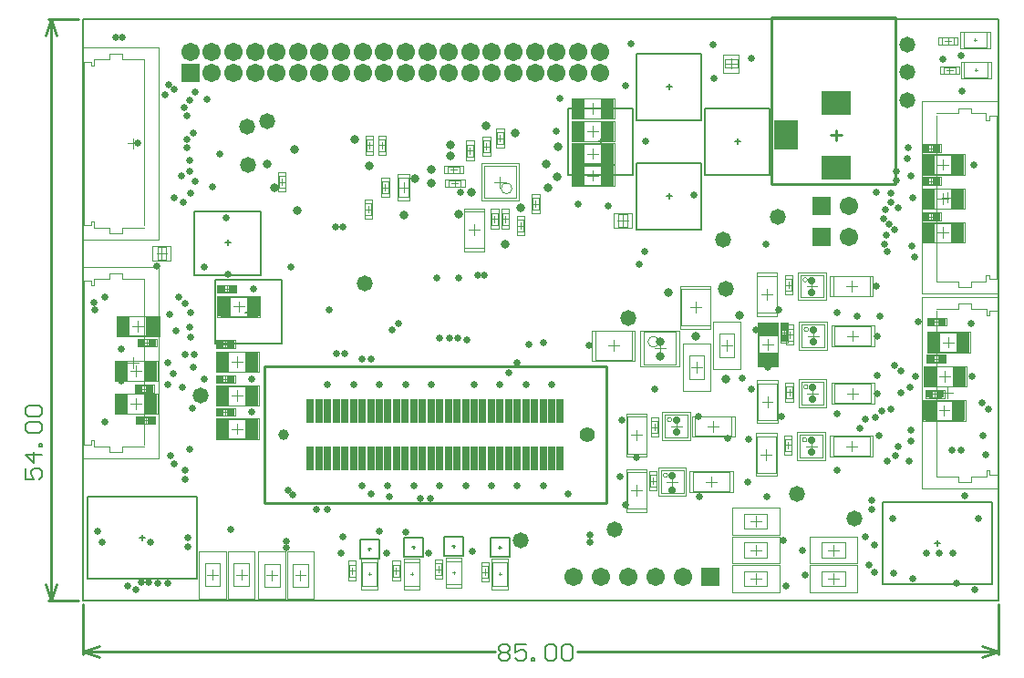
<source format=gbs>
G04 Layer_Color=16711935*
%FSLAX25Y25*%
%MOIN*%
G70*
G01*
G75*
%ADD42C,0.00500*%
%ADD44C,0.00394*%
%ADD45C,0.01000*%
%ADD46C,0.00197*%
%ADD47C,0.00787*%
%ADD48C,0.00600*%
%ADD88R,0.07493X0.05131*%
%ADD89R,0.05131X0.07493*%
%ADD93R,0.02768X0.03162*%
%ADD97R,0.03162X0.02768*%
%ADD111C,0.06706*%
%ADD112R,0.06706X0.06706*%
%ADD113C,0.05524*%
%ADD114C,0.03950*%
%ADD115C,0.05800*%
%ADD116R,0.11036X0.08674*%
%ADD117R,0.08674X0.11036*%
%ADD118C,0.02600*%
%ADD119C,0.03200*%
%ADD120C,0.02768*%
%ADD121R,0.02768X0.08674*%
D42*
X4380Y37900D02*
X41900D01*
X1900Y10302D02*
Y37900D01*
Y7900D02*
X37550D01*
X41900D01*
Y36286D02*
Y37900D01*
X1900D02*
X4380D01*
X1900Y7900D02*
Y10302D01*
X41900Y7900D02*
Y36286D01*
X21900Y21916D02*
Y23884D01*
X20916Y22900D02*
X22884D01*
X53000Y130017D02*
Y132017D01*
X52000Y131017D02*
X54000D01*
X65205Y119017D02*
Y142517D01*
X40795D02*
X65205D01*
X40795Y119017D02*
Y142517D01*
Y119017D02*
X65205D01*
X60500Y104500D02*
Y106500D01*
X59500Y105500D02*
X61500D01*
X48295Y94000D02*
Y117500D01*
Y94000D02*
X72705D01*
Y117500D01*
X48295D02*
X72705D01*
X213600Y147889D02*
X215600D01*
X214600Y146889D02*
Y148889D01*
X202600Y135684D02*
X226100D01*
Y160094D01*
X202600D02*
X226100D01*
X202600Y135684D02*
Y160094D01*
X238600Y167889D02*
X240600D01*
X239600Y166889D02*
Y168889D01*
X227600Y155684D02*
X251100D01*
Y180094D01*
X227600D02*
X251100D01*
X227600Y155684D02*
Y180094D01*
X188600Y167889D02*
X190600D01*
X189600Y166889D02*
Y168889D01*
X177600Y155684D02*
X201100D01*
Y180094D01*
X177600D02*
X201100D01*
X177600Y155684D02*
Y180094D01*
X213600Y187889D02*
X215600D01*
X214600Y186889D02*
Y188889D01*
X202600Y175684D02*
X226100D01*
Y200094D01*
X202600D02*
X226100D01*
X202600Y175684D02*
Y200094D01*
X104925Y18500D02*
Y19500D01*
X104425Y19000D02*
X105425D01*
X108425Y15500D02*
Y22500D01*
X101425Y15500D02*
X108425D01*
X101425D02*
Y22500D01*
X108425D01*
X294980Y36000D02*
X332500D01*
X292500Y8402D02*
Y36000D01*
Y6000D02*
X328150D01*
X332500D01*
Y34386D02*
Y36000D01*
X292500D02*
X294980D01*
X292500Y6000D02*
Y8402D01*
X332500Y6000D02*
Y34386D01*
X312500Y20016D02*
Y21984D01*
X311516Y21000D02*
X313484D01*
X152500Y19000D02*
Y20000D01*
X152000Y19500D02*
X153000D01*
X156000Y16000D02*
Y23000D01*
X149000Y16000D02*
X156000D01*
X149000D02*
Y23000D01*
X156000D01*
X121075Y19075D02*
Y20075D01*
X120575Y19575D02*
X121575D01*
X124575Y16075D02*
Y23075D01*
X117575Y16075D02*
X124575D01*
X117575D02*
Y23075D01*
X124575D01*
X135685Y19425D02*
Y20425D01*
X135185Y19925D02*
X136185D01*
X139185Y16425D02*
Y23425D01*
X132185Y16425D02*
X139185D01*
X132185D02*
Y23425D01*
X139185D01*
D44*
X56500Y85363D02*
Y89300D01*
X54532Y87331D02*
X58469D01*
X48626Y91072D02*
X64374D01*
X48626Y83591D02*
X64374D01*
Y91072D01*
X48626Y83591D02*
Y91072D01*
X55713Y92453D02*
Y95209D01*
X48626Y92453D02*
Y95209D01*
X55713D01*
X48626Y92453D02*
X55713D01*
X50988Y93831D02*
X53350D01*
X52169Y92650D02*
Y95013D01*
X194374Y159760D02*
Y167240D01*
X178626Y159760D02*
X194374D01*
X178626Y167240D02*
X194374D01*
X178626Y159760D02*
Y167240D01*
X184531Y163500D02*
X188469D01*
X186500Y161531D02*
Y165469D01*
Y178032D02*
Y181968D01*
X184531Y180000D02*
X188469D01*
X178626Y176260D02*
X194374D01*
X178626Y183740D02*
X194374D01*
X178626Y176260D02*
Y183740D01*
X194374Y176260D02*
Y183740D01*
Y151760D02*
Y159240D01*
X178626Y151760D02*
X194374D01*
X178626Y159240D02*
X194374D01*
X178626Y151760D02*
Y159240D01*
X184531Y155500D02*
X188469D01*
X186500Y153532D02*
Y157468D01*
Y169760D02*
Y173697D01*
X184531Y171728D02*
X188469D01*
X178626Y167988D02*
X194374D01*
X178626Y175468D02*
X194374D01*
X178626Y167988D02*
Y175468D01*
X194374Y167988D02*
Y175468D01*
X56500Y60863D02*
Y64800D01*
X54532Y62831D02*
X58469D01*
X48626Y66572D02*
X64374D01*
X48626Y59091D02*
X64374D01*
Y66572D01*
X48626Y59091D02*
Y66572D01*
X55713Y67622D02*
Y70378D01*
X48626Y67622D02*
Y70378D01*
X55713D01*
X48626Y67622D02*
X55713D01*
X50988Y69000D02*
X53350D01*
X52169Y67819D02*
Y70181D01*
X56205Y112659D02*
Y115415D01*
X49118Y112659D02*
Y115415D01*
X56205D01*
X49118Y112659D02*
X56205D01*
X51480Y114037D02*
X53843D01*
X52661Y112856D02*
Y115218D01*
X56992Y105569D02*
Y109505D01*
X55024Y107537D02*
X58961D01*
X49118Y111277D02*
X64866D01*
X49118Y103797D02*
X64866D01*
Y111277D01*
X49118Y103797D02*
Y111277D01*
X55713Y79756D02*
Y82512D01*
X48626Y79756D02*
Y82512D01*
X55713D01*
X48626Y79756D02*
X55713D01*
X50988Y81134D02*
X53350D01*
X52169Y79953D02*
Y82315D01*
X56500Y72992D02*
Y76929D01*
X54532Y74961D02*
X58469D01*
X48626Y78701D02*
X64374D01*
X48626Y71220D02*
X64374D01*
Y78701D01*
X48626Y71220D02*
Y78701D01*
X313724Y164122D02*
Y166878D01*
X306638Y164122D02*
Y166878D01*
X313724D01*
X306638Y164122D02*
X313724D01*
X309000Y165500D02*
X311362D01*
X310181Y164319D02*
Y166681D01*
X314512Y157531D02*
Y161469D01*
X312543Y159500D02*
X316480D01*
X306638Y163240D02*
X322386D01*
X306638Y155760D02*
X322386D01*
Y163240D01*
X306638Y155760D02*
Y163240D01*
X313724Y152122D02*
Y154878D01*
X306638Y152122D02*
Y154878D01*
X313724D01*
X306638Y152122D02*
X313724D01*
X309000Y153500D02*
X311362D01*
X310181Y152319D02*
Y154681D01*
X314512Y145031D02*
Y148969D01*
X312543Y147000D02*
X316480D01*
X306638Y150740D02*
X322386D01*
X306638Y143260D02*
X322386D01*
Y150740D01*
X306638Y143260D02*
Y150740D01*
X313724Y139122D02*
Y141878D01*
X306638Y139122D02*
Y141878D01*
X313724D01*
X306638Y139122D02*
X313724D01*
X309000Y140500D02*
X311362D01*
X310181Y139319D02*
Y141681D01*
X314512Y132647D02*
Y136583D01*
X312543Y134615D02*
X316480D01*
X306638Y138355D02*
X322386D01*
X306638Y130875D02*
X322386D01*
Y138355D01*
X306638Y130875D02*
Y138355D01*
X255122Y94457D02*
X257878D01*
X255122Y101543D02*
X257878D01*
Y94457D02*
Y101543D01*
X255122Y94457D02*
Y101543D01*
X256500Y96819D02*
Y99181D01*
X255319Y98000D02*
X257681D01*
X248532Y93685D02*
X252468D01*
X250500Y91716D02*
Y95653D01*
X254240Y85811D02*
Y101559D01*
X246760Y85811D02*
Y101559D01*
Y85811D02*
X254240D01*
X246760Y101559D02*
X254240D01*
X64279Y17861D02*
X74121D01*
X64279Y539D02*
X74121D01*
Y17861D01*
X64279Y539D02*
Y17861D01*
X69200Y7231D02*
Y11169D01*
X67232Y9200D02*
X71169D01*
X74679Y17861D02*
X84521D01*
X74679Y539D02*
X84521D01*
Y17861D01*
X74679Y539D02*
Y17861D01*
X79600Y7231D02*
Y11169D01*
X77631Y9200D02*
X81568D01*
X53079Y18161D02*
X62921D01*
X53079Y839D02*
X62921D01*
Y18161D01*
X53079Y839D02*
Y18161D01*
X58000Y7531D02*
Y11468D01*
X56032Y9500D02*
X59969D01*
X265839Y3079D02*
Y12921D01*
X283161Y3079D02*
Y12921D01*
X265839D02*
X283161D01*
X265839Y3079D02*
X283161D01*
X272532Y8000D02*
X276468D01*
X274500Y6032D02*
Y9968D01*
X42579Y18161D02*
X52421D01*
X42579Y839D02*
X52421D01*
Y18161D01*
X42579Y839D02*
Y18161D01*
X47500Y7531D02*
Y11468D01*
X45531Y9500D02*
X49468D01*
X265839Y13542D02*
Y23384D01*
X283161Y13542D02*
Y23384D01*
X265839D02*
X283161D01*
X265839Y13542D02*
X283161D01*
X272532Y18463D02*
X276468D01*
X274500Y16495D02*
Y20432D01*
X265032Y96835D02*
X268969D01*
X267000Y94866D02*
Y98803D01*
X248532Y93835D02*
X252468D01*
X250500Y91866D02*
Y95803D01*
X254240Y85961D02*
Y101709D01*
X246760Y85961D02*
Y101709D01*
X254240D01*
X246760Y85961D02*
X254240D01*
X281500Y94874D02*
Y98811D01*
X279532Y96842D02*
X283469D01*
X273626Y100583D02*
X289374D01*
X273626Y93102D02*
X289374D01*
X273626D02*
Y100583D01*
X289374Y93102D02*
Y100583D01*
X103156Y143115D02*
X105518D01*
X104337Y141934D02*
Y144296D01*
X102959Y139572D02*
Y146658D01*
X105715Y139572D02*
Y146658D01*
X102959Y139572D02*
X105715D01*
X102959Y146658D02*
X105715D01*
X71719Y153084D02*
X74081D01*
X72900Y151902D02*
Y154265D01*
X74278Y149540D02*
Y156627D01*
X71522Y149540D02*
Y156627D01*
X74278D01*
X71522Y149540D02*
X74278D01*
X115530Y151178D02*
X119270D01*
X117400Y149308D02*
Y153048D01*
X115235Y146453D02*
Y155902D01*
X119565Y146453D02*
Y155902D01*
X115235Y146453D02*
X119565D01*
X115235Y155902D02*
X119565D01*
X109432Y151115D02*
X111794D01*
X110613Y149934D02*
Y152296D01*
X111990Y147572D02*
Y154658D01*
X109235Y147572D02*
Y154658D01*
X111990D01*
X109235Y147572D02*
X111990D01*
X103719Y166615D02*
X106081D01*
X104900Y165434D02*
Y167796D01*
X103522Y163072D02*
Y170158D01*
X106278Y163072D02*
Y170158D01*
X103522Y163072D02*
X106278D01*
X103522Y170158D02*
X106278D01*
X108219Y166615D02*
X110581D01*
X109400Y165434D02*
Y167796D01*
X110778Y163072D02*
Y170158D01*
X108022Y163072D02*
Y170158D01*
X110778D01*
X108022Y163072D02*
X110778D01*
X152579Y151178D02*
Y155115D01*
X150610Y153147D02*
X154547D01*
X139122Y156269D02*
Y159024D01*
X132035Y156269D02*
Y159024D01*
Y156269D02*
X139122D01*
X132035Y159024D02*
X139122D01*
X134398Y157647D02*
X136760D01*
X135579Y156465D02*
Y158827D01*
X151201Y165603D02*
X153957D01*
X151201Y172690D02*
X153957D01*
X151201Y165603D02*
Y172690D01*
X153957Y165603D02*
Y172690D01*
X152579Y167965D02*
Y170328D01*
X151398Y169147D02*
X153760D01*
X153169Y136103D02*
X155925D01*
X153169Y143190D02*
X155925D01*
X153169Y136103D02*
Y143190D01*
X155925Y136103D02*
Y143190D01*
X154547Y138465D02*
Y140828D01*
X153366Y139646D02*
X155728D01*
X132535Y151268D02*
Y154024D01*
X139622Y151268D02*
Y154024D01*
X132535D02*
X139622D01*
X132535Y151268D02*
X139622D01*
X134898Y152647D02*
X137260D01*
X136079Y151465D02*
Y153828D01*
X140201Y168190D02*
X142957D01*
X140201Y161103D02*
X142957D01*
Y168190D01*
X140201Y161103D02*
Y168190D01*
X141579Y163465D02*
Y165828D01*
X140398Y164646D02*
X142760D01*
X141110Y135646D02*
X145047D01*
X143079Y133678D02*
Y137615D01*
X146819Y127772D02*
Y143520D01*
X139339Y127772D02*
Y143520D01*
X146819D01*
X139339Y127772D02*
X146819D01*
X149232Y136103D02*
X151988D01*
X149232Y143190D02*
X151988D01*
X149232Y136103D02*
Y143190D01*
X151988Y136103D02*
Y143190D01*
X150610Y138465D02*
Y140828D01*
X149429Y139646D02*
X151791D01*
X158701Y133603D02*
X161457D01*
X158701Y140690D02*
X161457D01*
X158701Y133603D02*
Y140690D01*
X161457Y133603D02*
Y140690D01*
X160079Y135965D02*
Y138328D01*
X158898Y137146D02*
X161260D01*
X164201Y148690D02*
X166957D01*
X164201Y141603D02*
X166957D01*
Y148690D01*
X164201Y141603D02*
Y148690D01*
X165579Y143965D02*
Y146328D01*
X164398Y145147D02*
X166760D01*
X146201Y162603D02*
X148957D01*
X146201Y169690D02*
X148957D01*
X146201Y162603D02*
Y169690D01*
X148957Y162603D02*
Y169690D01*
X147579Y164965D02*
Y167328D01*
X146398Y166147D02*
X148760D01*
X145622Y14043D02*
X148378D01*
X145622Y6957D02*
X148378D01*
Y14043D01*
X145622Y6957D02*
Y14043D01*
X147000Y9319D02*
Y11681D01*
X145819Y10500D02*
X148181D01*
X149547Y4188D02*
Y15212D01*
X155453Y4188D02*
Y15212D01*
X149547Y4188D02*
X155453D01*
X149547Y15212D02*
X155453D01*
X152500Y9200D02*
Y10200D01*
X152000Y9700D02*
X153000D01*
X195531Y139000D02*
X199469D01*
X197500Y137031D02*
Y140969D01*
X237000Y194532D02*
Y198468D01*
X235032Y196500D02*
X238968D01*
X211000Y90332D02*
Y94269D01*
X209032Y92300D02*
X212968D01*
X320443Y192522D02*
Y195278D01*
X313357Y192522D02*
Y195278D01*
Y192522D02*
X320443D01*
X313357Y195278D02*
X320443D01*
X315719Y193900D02*
X318081D01*
X316900Y192719D02*
Y195081D01*
X319943Y203322D02*
Y206078D01*
X312857Y203322D02*
Y206078D01*
Y203322D02*
X319943D01*
X312857Y206078D02*
X319943D01*
X315219Y204700D02*
X317581D01*
X316400Y203519D02*
Y205881D01*
X128622Y15043D02*
X131378D01*
X128622Y7957D02*
X131378D01*
Y15043D01*
X128622Y7957D02*
Y15043D01*
X130000Y10319D02*
Y12681D01*
X128819Y11500D02*
X131181D01*
X113201Y14543D02*
X115957D01*
X113201Y7457D02*
X115957D01*
Y14543D01*
X113201Y7457D02*
Y14543D01*
X114579Y9819D02*
Y12181D01*
X113398Y11000D02*
X115760D01*
X97122Y14543D02*
X99878D01*
X97122Y7457D02*
X99878D01*
Y14543D01*
X97122Y7457D02*
Y14543D01*
X98500Y9819D02*
Y12181D01*
X97319Y11000D02*
X99681D01*
X219579Y93961D02*
X229421D01*
X219579Y76639D02*
X229421D01*
Y93961D01*
X219579Y76639D02*
Y93961D01*
X224500Y83332D02*
Y87269D01*
X222532Y85300D02*
X226468D01*
X230579Y84639D02*
X240421D01*
X230579Y101961D02*
X240421D01*
X230579Y84639D02*
Y101961D01*
X240421Y84639D02*
Y101961D01*
X235500Y91331D02*
Y95268D01*
X233531Y93300D02*
X237469D01*
X132714Y4688D02*
Y15712D01*
X138619Y4688D02*
Y15712D01*
X132714Y4688D02*
X138619D01*
X132714Y15712D02*
X138619D01*
X135667Y9700D02*
Y10700D01*
X135167Y10200D02*
X136167D01*
X117381Y4188D02*
Y15212D01*
X123286Y4188D02*
Y15212D01*
X117381Y4188D02*
X123286D01*
X117381Y15212D02*
X123286D01*
X120333Y9200D02*
Y10200D01*
X119833Y9700D02*
X120833D01*
X101847Y4188D02*
Y15212D01*
X107753Y4188D02*
Y15212D01*
X101847Y4188D02*
X107753D01*
X101847Y15212D02*
X107753D01*
X104800Y9200D02*
Y10200D01*
X104300Y9700D02*
X105300D01*
X194000Y91316D02*
Y95253D01*
X192032Y93284D02*
X195968D01*
X186126Y87773D02*
X201874D01*
X186126Y98796D02*
X201874D01*
Y87773D02*
Y98796D01*
X186126Y87773D02*
Y98796D01*
X222031Y107300D02*
X225969D01*
X224000Y105332D02*
Y109268D01*
X218488Y99426D02*
Y115174D01*
X229512Y99426D02*
Y115174D01*
X218488Y99426D02*
X229512D01*
X218488Y115174D02*
X229512D01*
X320688Y208053D02*
X331712D01*
X320688Y202147D02*
X331712D01*
X320688D02*
Y208053D01*
X331712Y202147D02*
Y208053D01*
X325700Y205100D02*
X326700D01*
X326200Y204600D02*
Y205600D01*
X320988Y197053D02*
X332012D01*
X320988Y191147D02*
X332012D01*
X320988D02*
Y197053D01*
X332012Y191147D02*
Y197053D01*
X326000Y194100D02*
X327000D01*
X326500Y193600D02*
Y194600D01*
X281000Y113038D02*
Y116975D01*
X279031Y115006D02*
X282968D01*
X273126Y118746D02*
X288874D01*
X273126Y111266D02*
X288874D01*
X273126D02*
Y118746D01*
X288874Y111266D02*
Y118746D01*
X248131Y112006D02*
X252068D01*
X250100Y110038D02*
Y113975D01*
X253840Y104132D02*
Y119880D01*
X246360Y104132D02*
Y119880D01*
X253840D01*
X246360Y104132D02*
X253840D01*
X264632Y115006D02*
X268568D01*
X266600Y113038D02*
Y116975D01*
X264432Y56458D02*
X268369D01*
X266400Y54490D02*
Y58427D01*
X256522Y60502D02*
X259278D01*
X256522Y53415D02*
X259278D01*
Y60502D01*
X256522Y53415D02*
Y60502D01*
X257900Y55777D02*
Y58139D01*
X256719Y56958D02*
X259081D01*
X247932Y53458D02*
X251869D01*
X249900Y51490D02*
Y55427D01*
X253640Y45584D02*
Y61332D01*
X246160Y45584D02*
Y61332D01*
X253640D01*
X246160Y45584D02*
X253640D01*
X281000Y54532D02*
Y58469D01*
X279031Y56500D02*
X282968D01*
X273126Y60240D02*
X288874D01*
X273126Y52760D02*
X288874D01*
X273126D02*
Y60240D01*
X288874Y52760D02*
Y60240D01*
X281500Y73831D02*
Y77768D01*
X279532Y75800D02*
X283469D01*
X273626Y79540D02*
X289374D01*
X273626Y72060D02*
X289374D01*
X273626D02*
Y79540D01*
X289374Y72060D02*
Y79540D01*
X248331Y72800D02*
X252269D01*
X250300Y70832D02*
Y74769D01*
X254040Y64926D02*
Y80674D01*
X246560Y64926D02*
Y80674D01*
X254040D01*
X246560Y64926D02*
X254040D01*
X264831Y75800D02*
X268769D01*
X266800Y73831D02*
Y77768D01*
X16532Y87000D02*
X20469D01*
X18500Y85031D02*
Y88968D01*
X314134Y76102D02*
X318071D01*
X316102Y74134D02*
Y78071D01*
X316000Y145531D02*
Y149469D01*
X314032Y147500D02*
X317969D01*
X207122Y47394D02*
X209878D01*
X207122Y40307D02*
X209878D01*
Y47394D01*
X207122Y40307D02*
Y47394D01*
X208500Y42669D02*
Y45031D01*
X207319Y43850D02*
X209681D01*
X213531Y43500D02*
X217469D01*
X215500Y41532D02*
Y45469D01*
X207622Y67043D02*
X210378D01*
X207622Y59957D02*
X210378D01*
Y67043D01*
X207622Y59957D02*
Y67043D01*
X209000Y62319D02*
Y64681D01*
X207819Y63500D02*
X210181D01*
X200532Y60538D02*
X204468D01*
X202500Y58569D02*
Y62506D01*
X206240Y52664D02*
Y68412D01*
X198760Y52664D02*
Y68412D01*
X206240D01*
X198760Y52664D02*
X206240D01*
X257122Y100878D02*
X259878D01*
X257122Y93791D02*
X259878D01*
Y100878D01*
X257122Y93791D02*
Y100878D01*
X258500Y96153D02*
Y98516D01*
X257319Y97335D02*
X259681D01*
X256722Y119050D02*
X259478D01*
X256722Y111963D02*
X259478D01*
Y119050D01*
X256722Y111963D02*
Y119050D01*
X258100Y114325D02*
Y116687D01*
X256919Y115506D02*
X259281D01*
X256922Y79843D02*
X259678D01*
X256922Y72757D02*
X259678D01*
Y79843D01*
X256922Y72757D02*
Y79843D01*
X258300Y75119D02*
Y77481D01*
X257119Y76300D02*
X259481D01*
X200532Y40300D02*
X204468D01*
X202500Y38331D02*
Y42268D01*
X206240Y32426D02*
Y48174D01*
X198760Y32426D02*
Y48174D01*
X206240D01*
X198760Y32426D02*
X206240D01*
X230500Y61803D02*
Y65740D01*
X228532Y63772D02*
X232469D01*
X222626Y67512D02*
X238374D01*
X222626Y60031D02*
X238374D01*
X222626D02*
Y67512D01*
X238374Y60031D02*
Y67512D01*
X215032Y63772D02*
X218969D01*
X217000Y61803D02*
Y65740D01*
X229815Y41532D02*
Y45469D01*
X227847Y43500D02*
X231784D01*
X221941Y47240D02*
X237689D01*
X221941Y39760D02*
X237689D01*
X221941D02*
Y47240D01*
X237689Y39760D02*
Y47240D01*
X26961Y127075D02*
X30898D01*
X28929Y125106D02*
Y129043D01*
X18500Y165220D02*
Y169158D01*
X16532Y167189D02*
X20469D01*
X314937Y67575D02*
Y71512D01*
X312968Y69543D02*
X316905D01*
X307063Y73283D02*
X322811D01*
X307063Y65803D02*
X322811D01*
Y73283D01*
X307063Y65803D02*
Y73283D01*
X315043Y74165D02*
Y76921D01*
X307957Y74165D02*
Y76921D01*
X315043D01*
X307957Y74165D02*
X315043D01*
X310319Y75543D02*
X312681D01*
X311500Y74362D02*
Y76724D01*
X315185Y80032D02*
Y83969D01*
X313216Y82000D02*
X317154D01*
X307311Y85740D02*
X323059D01*
X307311Y78260D02*
X323059D01*
Y85740D01*
X307311Y78260D02*
Y85740D01*
X315543Y87122D02*
Y89878D01*
X308457Y87122D02*
Y89878D01*
X315543D01*
X308457Y87122D02*
X315543D01*
X310819Y88500D02*
X313181D01*
X312000Y87319D02*
Y89681D01*
X19957Y93067D02*
Y95823D01*
X27043Y93067D02*
Y95823D01*
X19957Y93067D02*
X27043D01*
X19957Y95823D02*
X27043D01*
X22319Y94445D02*
X24681D01*
X23500Y93264D02*
Y95626D01*
X20214Y98476D02*
Y102413D01*
X18246Y100445D02*
X22183D01*
X12340Y96705D02*
X28088D01*
X12340Y104185D02*
X28088D01*
X12340Y96705D02*
Y104185D01*
X28088Y96705D02*
Y104185D01*
X18957Y76122D02*
Y78878D01*
X26043Y76122D02*
Y78878D01*
X18957Y76122D02*
X26043D01*
X18957Y78878D02*
X26043D01*
X21319Y77500D02*
X23681D01*
X22500Y76319D02*
Y78681D01*
X19500Y82032D02*
Y85969D01*
X17531Y84000D02*
X21468D01*
X11626Y80260D02*
X27374D01*
X11626Y87740D02*
X27374D01*
X11626Y80260D02*
Y87740D01*
X27374Y80260D02*
Y87740D01*
X19494Y64622D02*
Y67378D01*
X26581Y64622D02*
Y67378D01*
X19494Y64622D02*
X26581D01*
X19494Y67378D02*
X26581D01*
X21857Y66000D02*
X24219D01*
X23038Y64819D02*
Y67181D01*
X19538Y70031D02*
Y73968D01*
X17569Y72000D02*
X21506D01*
X11664Y68260D02*
X27412D01*
X11664Y75740D02*
X27412D01*
X11664Y68260D02*
Y75740D01*
X27412Y68260D02*
Y75740D01*
X315713Y100622D02*
Y103378D01*
X308626Y100622D02*
Y103378D01*
X315713D01*
X308626Y100622D02*
X315713D01*
X310988Y102000D02*
X313350D01*
X312169Y100819D02*
Y103181D01*
X316500Y92532D02*
Y96469D01*
X314531Y94500D02*
X318468D01*
X308626Y98240D02*
X324374D01*
X308626Y90760D02*
X324374D01*
Y98240D01*
X308626Y90760D02*
Y98240D01*
X237339Y3079D02*
Y12921D01*
X254661Y3079D02*
Y12921D01*
X237339D02*
X254661D01*
X237339Y3079D02*
X254661D01*
X244032Y8000D02*
X247969D01*
X246000Y6032D02*
Y9968D01*
X237339Y13579D02*
Y23421D01*
X254661Y13579D02*
Y23421D01*
X237339D02*
X254661D01*
X237339Y13579D02*
X254661D01*
X244032Y18500D02*
X247969D01*
X246000Y16532D02*
Y20469D01*
X237339Y24079D02*
Y33921D01*
X254661Y24079D02*
Y33921D01*
X237339D02*
X254661D01*
X237339Y24079D02*
X254661D01*
X244032Y29000D02*
X247969D01*
X246000Y27031D02*
Y30968D01*
X265327Y99197D02*
G03*
X265327Y99197I-787J0D01*
G01*
X156909Y150784D02*
G03*
X156909Y150784I-1969J0D01*
G01*
X210606Y94662D02*
G03*
X210606Y94662I-1969J0D01*
G01*
X264927Y117368D02*
G03*
X264927Y117368I-787J0D01*
G01*
X264727Y58820D02*
G03*
X264727Y58820I-787J0D01*
G01*
X265127Y78162D02*
G03*
X265127Y78162I-787J0D01*
G01*
X213827Y45862D02*
G03*
X213827Y45862I-787J0D01*
G01*
X215327Y66134D02*
G03*
X215327Y66134I-787J0D01*
G01*
X49807Y90875D02*
X63193D01*
X49807Y83788D02*
X63193D01*
Y90875D01*
X49807Y83788D02*
Y90875D01*
X54335Y92650D02*
Y95013D01*
X50004Y92650D02*
Y95013D01*
X54335D01*
X50004Y92650D02*
X54335D01*
X193193Y159957D02*
Y167043D01*
X179807Y159957D02*
X193193D01*
X179807D02*
Y167043D01*
X193193D01*
X179807Y176457D02*
X193193D01*
X179807Y183543D02*
X193193D01*
X179807Y176457D02*
Y183543D01*
X193193Y176457D02*
Y183543D01*
Y151957D02*
Y159043D01*
X179807Y151957D02*
X193193D01*
X179807D02*
Y159043D01*
X193193D01*
X179807Y168185D02*
X193193D01*
X179807Y175272D02*
X193193D01*
X179807Y168185D02*
Y175272D01*
X193193Y168185D02*
Y175272D01*
X49807Y66375D02*
X63193D01*
X49807Y59288D02*
X63193D01*
Y66375D01*
X49807Y59288D02*
Y66375D01*
X54335Y67819D02*
Y70181D01*
X50004Y67819D02*
Y70181D01*
X54335D01*
X50004Y67819D02*
X54335D01*
X54827Y112856D02*
Y115218D01*
X50496Y112856D02*
Y115218D01*
X54827D01*
X50496Y112856D02*
X54827D01*
X50299Y111080D02*
X63685D01*
X50299Y103994D02*
X63685D01*
Y111080D01*
X50299Y103994D02*
Y111080D01*
X54335Y79953D02*
Y82315D01*
X50004Y79953D02*
Y82315D01*
X54335D01*
X50004Y79953D02*
X54335D01*
X49807Y78504D02*
X63193D01*
X49807Y71417D02*
X63193D01*
Y78504D01*
X49807Y71417D02*
Y78504D01*
X312346Y164319D02*
Y166681D01*
X308016Y164319D02*
Y166681D01*
X312346D01*
X308016Y164319D02*
X312346D01*
X307819Y163043D02*
X321205D01*
X307819Y155957D02*
X321205D01*
Y163043D01*
X307819Y155957D02*
Y163043D01*
X312346Y152319D02*
Y154681D01*
X308016Y152319D02*
Y154681D01*
X312346D01*
X308016Y152319D02*
X312346D01*
X307819Y150543D02*
X321205D01*
X307819Y143457D02*
X321205D01*
Y150543D01*
X307819Y143457D02*
Y150543D01*
X312346Y139319D02*
Y141681D01*
X308016Y139319D02*
Y141681D01*
X312346D01*
X308016Y139319D02*
X312346D01*
X307819Y138158D02*
X321205D01*
X307819Y131072D02*
X321205D01*
Y138158D01*
X307819Y131072D02*
Y138158D01*
X255319Y95835D02*
X257681D01*
X255319Y100165D02*
X257681D01*
Y95835D02*
Y100165D01*
X255319Y95835D02*
Y100165D01*
X254043Y86992D02*
Y100378D01*
X246957Y86992D02*
Y100378D01*
Y86992D02*
X254043D01*
X246957Y100378D02*
X254043D01*
X66444Y13432D02*
X71956D01*
X66444Y4968D02*
X71956D01*
Y13432D01*
X66444Y4968D02*
Y13432D01*
X76844D02*
X82356D01*
X76844Y4968D02*
X82356D01*
Y13432D01*
X76844Y4968D02*
Y13432D01*
X55244Y13732D02*
X60756D01*
X55244Y5268D02*
X60756D01*
Y13732D01*
X55244Y5268D02*
Y13732D01*
X270268Y5244D02*
Y10756D01*
X278732Y5244D02*
Y10756D01*
X270268D02*
X278732D01*
X270268Y5244D02*
X278732D01*
X44744Y13732D02*
X50256D01*
X44744Y5268D02*
X50256D01*
Y13732D01*
X44744Y5268D02*
Y13732D01*
X270268Y15707D02*
Y21219D01*
X278732Y15707D02*
Y21219D01*
X270268D02*
X278732D01*
X270268Y15707D02*
X278732D01*
X262866Y92701D02*
Y100969D01*
X271134Y92701D02*
Y100969D01*
X262866D02*
X271134D01*
X262866Y92701D02*
X271134D01*
X254043Y87142D02*
Y100528D01*
X246957Y87142D02*
Y100528D01*
X254043D01*
X246957Y87142D02*
X254043D01*
X274807Y100386D02*
X288193D01*
X274807Y93299D02*
X288193D01*
X274807D02*
Y100386D01*
X288193Y93299D02*
Y100386D01*
X103156Y140950D02*
Y145280D01*
X105518Y140950D02*
Y145280D01*
X103156Y140950D02*
X105518D01*
X103156Y145280D02*
X105518D01*
X74081Y150918D02*
Y155249D01*
X71719Y150918D02*
Y155249D01*
X74081D01*
X71719Y150918D02*
X74081D01*
X115530Y147733D02*
Y154623D01*
X119270Y147733D02*
Y154623D01*
X115530Y147733D02*
X119270D01*
X115530Y154623D02*
X119270D01*
X111794Y148950D02*
Y153280D01*
X109432Y148950D02*
Y153280D01*
X111794D01*
X109432Y148950D02*
X111794D01*
X103719Y164450D02*
Y168780D01*
X106081Y164450D02*
Y168780D01*
X103719Y164450D02*
X106081D01*
X103719Y168780D02*
X106081D01*
X110581Y164450D02*
Y168780D01*
X108219Y164450D02*
Y168780D01*
X110581D01*
X108219Y164450D02*
X110581D01*
X146673Y159052D02*
X158484D01*
X146673Y147241D02*
X158484D01*
X146673D02*
Y159052D01*
X158484Y147241D02*
Y159052D01*
X137744Y156465D02*
Y158827D01*
X133413Y156465D02*
Y158827D01*
Y156465D02*
X137744D01*
X133413Y158827D02*
X137744D01*
X151398Y166981D02*
X153760D01*
X151398Y171312D02*
X153760D01*
X151398Y166981D02*
Y171312D01*
X153760Y166981D02*
Y171312D01*
X153366Y137481D02*
X155728D01*
X153366Y141812D02*
X155728D01*
X153366Y137481D02*
Y141812D01*
X155728Y137481D02*
Y141812D01*
X133913Y151465D02*
Y153828D01*
X138244Y151465D02*
Y153828D01*
X133913D02*
X138244D01*
X133913Y151465D02*
X138244D01*
X140398Y166812D02*
X142760D01*
X140398Y162481D02*
X142760D01*
Y166812D01*
X140398Y162481D02*
Y166812D01*
X146622Y128954D02*
Y142339D01*
X139535Y128954D02*
Y142339D01*
X146622D01*
X139535Y128954D02*
X146622D01*
X149429Y137481D02*
X151791D01*
X149429Y141812D02*
X151791D01*
X149429Y137481D02*
Y141812D01*
X151791Y137481D02*
Y141812D01*
X158898Y134981D02*
X161260D01*
X158898Y139312D02*
X161260D01*
X158898Y134981D02*
Y139312D01*
X161260Y134981D02*
Y139312D01*
X164398Y147312D02*
X166760D01*
X164398Y142981D02*
X166760D01*
Y147312D01*
X164398Y142981D02*
Y147312D01*
X146398Y163981D02*
X148760D01*
X146398Y168312D02*
X148760D01*
X146398Y163981D02*
Y168312D01*
X148760Y163981D02*
Y168312D01*
X145819Y12665D02*
X148181D01*
X145819Y8335D02*
X148181D01*
Y12665D01*
X145819Y8335D02*
Y12665D01*
X149744Y5468D02*
Y13932D01*
X155256Y5468D02*
Y13932D01*
X149744Y5468D02*
X155256D01*
X149744Y13932D02*
X155256D01*
X195925Y136638D02*
Y141362D01*
X199075D01*
Y136638D02*
Y141362D01*
X195925Y136638D02*
X199075D01*
X234638Y198075D02*
X239362D01*
Y194925D02*
Y198075D01*
X234638Y194925D02*
X239362D01*
X234638D02*
Y198075D01*
X205095Y86395D02*
X216905D01*
X205095Y98206D02*
X216905D01*
Y86395D02*
Y98206D01*
X205095Y86395D02*
Y98206D01*
X319065Y192719D02*
Y195081D01*
X314735Y192719D02*
Y195081D01*
Y192719D02*
X319065D01*
X314735Y195081D02*
X319065D01*
X318565Y203519D02*
Y205881D01*
X314235Y203519D02*
Y205881D01*
Y203519D02*
X318565D01*
X314235Y205881D02*
X318565D01*
X128819Y13665D02*
X131181D01*
X128819Y9335D02*
X131181D01*
Y13665D01*
X128819Y9335D02*
Y13665D01*
X113398Y13165D02*
X115760D01*
X113398Y8835D02*
X115760D01*
Y13165D01*
X113398Y8835D02*
Y13165D01*
X97319D02*
X99681D01*
X97319Y8835D02*
X99681D01*
Y13165D01*
X97319Y8835D02*
Y13165D01*
X221744Y89532D02*
X227256D01*
X221744Y81068D02*
X227256D01*
Y89532D01*
X221744Y81068D02*
Y89532D01*
X232744Y89068D02*
X238256D01*
X232744Y97532D02*
X238256D01*
X232744Y89068D02*
Y97532D01*
X238256Y89068D02*
Y97532D01*
X132911Y5968D02*
Y14432D01*
X138423Y5968D02*
Y14432D01*
X132911Y5968D02*
X138423D01*
X132911Y14432D02*
X138423D01*
X117577Y5468D02*
Y13932D01*
X123089Y5468D02*
Y13932D01*
X117577Y5468D02*
X123089D01*
X117577Y13932D02*
X123089D01*
X102044Y5468D02*
Y13932D01*
X107556Y5468D02*
Y13932D01*
X102044Y5468D02*
X107556D01*
X102044Y13932D02*
X107556D01*
X187307Y87969D02*
X200693D01*
X187307Y98599D02*
X200693D01*
Y87969D02*
Y98599D01*
X187307Y87969D02*
Y98599D01*
X218685Y100607D02*
Y113993D01*
X229315Y100607D02*
Y113993D01*
X218685Y100607D02*
X229315D01*
X218685Y113993D02*
X229315D01*
X321968Y207856D02*
X330432D01*
X321968Y202344D02*
X330432D01*
X321968D02*
Y207856D01*
X330432Y202344D02*
Y207856D01*
X322268Y196856D02*
X330732D01*
X322268Y191344D02*
X330732D01*
X322268D02*
Y196856D01*
X330732Y191344D02*
Y196856D01*
X274307Y118550D02*
X287693D01*
X274307Y111463D02*
X287693D01*
X274307D02*
Y118550D01*
X287693Y111463D02*
Y118550D01*
X253643Y105313D02*
Y118699D01*
X246557Y105313D02*
Y118699D01*
X253643D01*
X246557Y105313D02*
X253643D01*
X262466Y110872D02*
Y119140D01*
X270734Y110872D02*
Y119140D01*
X262466D02*
X270734D01*
X262466Y110872D02*
X270734D01*
X262266Y52324D02*
Y60592D01*
X270534Y52324D02*
Y60592D01*
X262266D02*
X270534D01*
X262266Y52324D02*
X270534D01*
X256719Y59124D02*
X259081D01*
X256719Y54793D02*
X259081D01*
Y59124D01*
X256719Y54793D02*
Y59124D01*
X253443Y46765D02*
Y60151D01*
X246357Y46765D02*
Y60151D01*
X253443D01*
X246357Y46765D02*
X253443D01*
X274307Y60043D02*
X287693D01*
X274307Y52957D02*
X287693D01*
X274307D02*
Y60043D01*
X287693Y52957D02*
Y60043D01*
X274807Y79343D02*
X288193D01*
X274807Y72257D02*
X288193D01*
X274807D02*
Y79343D01*
X288193Y72257D02*
Y79343D01*
X253843Y66107D02*
Y79493D01*
X246757Y66107D02*
Y79493D01*
X253843D01*
X246757Y66107D02*
X253843D01*
X262666Y71666D02*
Y79934D01*
X270934Y71666D02*
Y79934D01*
X262666D02*
X270934D01*
X262666Y71666D02*
X270934D01*
X14465Y56291D02*
X22339D01*
X9741Y54323D02*
X14465D01*
X4229Y56291D02*
Y58652D01*
X3048D02*
X4229D01*
X3048Y57078D02*
Y58652D01*
X292Y57078D02*
X3048D01*
X14465Y54323D02*
Y56291D01*
X9741Y54323D02*
Y56291D01*
X4230D02*
X9741D01*
X4230Y117709D02*
X9741D01*
Y119677D01*
X14465Y117709D02*
Y119677D01*
X292Y116922D02*
X3048D01*
Y115348D02*
Y116922D01*
Y115348D02*
X4229D01*
Y117710D01*
X9741Y119677D02*
X14465D01*
X14465Y117710D02*
X22339D01*
X292Y57079D02*
Y116922D01*
X22339Y57079D02*
Y117710D01*
X312263Y106812D02*
X320138D01*
X320137Y108780D02*
X324862D01*
X330373Y104450D02*
Y106812D01*
Y104450D02*
X331554D01*
Y106025D01*
X334310D01*
X320137Y106811D02*
Y108780D01*
X324862Y106811D02*
Y108780D01*
Y106811D02*
X330372D01*
X324862Y45394D02*
X330372D01*
X324862Y43425D02*
Y45394D01*
X320137Y43425D02*
Y45394D01*
X331554Y46180D02*
X334310D01*
X331554D02*
Y47755D01*
X330373D02*
X331554D01*
X330373Y45393D02*
Y47755D01*
X320137Y43425D02*
X324862D01*
X312263Y45393D02*
X320138D01*
X334310Y46180D02*
Y106024D01*
X312263Y45393D02*
Y106024D01*
X312161Y116790D02*
Y177421D01*
X334208Y117578D02*
Y177421D01*
X312161Y116790D02*
X320035D01*
X320035Y114823D02*
X324759D01*
X330271Y116790D02*
Y119152D01*
X331452D01*
Y117578D02*
Y119152D01*
Y117578D02*
X334208D01*
X320035Y114823D02*
Y116791D01*
X324759Y114823D02*
Y116791D01*
X330270D01*
X324759Y178209D02*
X330270D01*
X324759D02*
Y180177D01*
X320035Y178209D02*
Y180177D01*
X331452Y177422D02*
X334208D01*
X331452Y175848D02*
Y177422D01*
X330271Y175848D02*
X331452D01*
X330271D02*
Y178209D01*
X320035Y180177D02*
X324759D01*
X312161Y178209D02*
X320035D01*
X207319Y46016D02*
X209681D01*
X207319Y41685D02*
X209681D01*
Y46016D01*
X207319Y41685D02*
Y46016D01*
X211366Y39366D02*
Y47634D01*
X219634Y39366D02*
Y47634D01*
X211366D02*
X219634D01*
X211366Y39366D02*
X219634D01*
X207819Y65665D02*
X210181D01*
X207819Y61335D02*
X210181D01*
Y65665D01*
X207819Y61335D02*
Y65665D01*
X206043Y53845D02*
Y67231D01*
X198957Y53845D02*
Y67231D01*
X206043D01*
X198957Y53845D02*
X206043D01*
X257319Y99500D02*
X259681D01*
X257319Y95169D02*
X259681D01*
Y99500D01*
X257319Y95169D02*
Y99500D01*
X256919Y117672D02*
X259281D01*
X256919Y113341D02*
X259281D01*
Y117672D01*
X256919Y113341D02*
Y117672D01*
X257119Y78465D02*
X259481D01*
X257119Y74135D02*
X259481D01*
Y78465D01*
X257119Y74135D02*
Y78465D01*
X206043Y33607D02*
Y46993D01*
X198957Y33607D02*
Y46993D01*
X206043D01*
X198957Y33607D02*
X206043D01*
X223807Y67315D02*
X237193D01*
X223807Y60228D02*
X237193D01*
X223807D02*
Y67315D01*
X237193Y60228D02*
Y67315D01*
X212866Y59638D02*
Y67905D01*
X221134Y59638D02*
Y67905D01*
X212866D02*
X221134D01*
X212866Y59638D02*
X221134D01*
X223122Y47043D02*
X236508D01*
X223122Y39957D02*
X236508D01*
X223122D02*
Y47043D01*
X236508Y39957D02*
Y47043D01*
X27354Y124713D02*
Y129437D01*
X30504D01*
Y124713D02*
Y129437D01*
X27354Y124713D02*
X30504D01*
X22339Y137268D02*
Y197898D01*
X292Y137268D02*
Y197111D01*
X14465Y197898D02*
X22339D01*
X9741Y199866D02*
X14465D01*
X4229Y195537D02*
Y197898D01*
X3048Y195537D02*
X4229D01*
X3048D02*
Y197111D01*
X292D02*
X3048D01*
X14465Y197898D02*
Y199866D01*
X9741Y197898D02*
Y199866D01*
X4230Y197898D02*
X9741D01*
X4230Y136480D02*
X9741D01*
Y134512D02*
Y136480D01*
X14465Y134512D02*
Y136480D01*
X292Y137267D02*
X3048D01*
Y138841D01*
X4229D01*
Y136479D02*
Y138841D01*
X9741Y134512D02*
X14465D01*
X14465Y136479D02*
X22339D01*
X308244Y73087D02*
X321630D01*
X308244Y66000D02*
X321630D01*
Y73087D01*
X308244Y66000D02*
Y73087D01*
X313665Y74362D02*
Y76724D01*
X309335Y74362D02*
Y76724D01*
X313665D01*
X309335Y74362D02*
X313665D01*
X308492Y85543D02*
X321878D01*
X308492Y78457D02*
X321878D01*
Y85543D01*
X308492Y78457D02*
Y85543D01*
X314165Y87319D02*
Y89681D01*
X309835Y87319D02*
Y89681D01*
X314165D01*
X309835Y87319D02*
X314165D01*
X21335Y93264D02*
Y95626D01*
X25665Y93264D02*
Y95626D01*
X21335Y93264D02*
X25665D01*
X21335Y95626D02*
X25665D01*
X13521Y96902D02*
X26907D01*
X13521Y103988D02*
X26907D01*
X13521Y96902D02*
Y103988D01*
X26907Y96902D02*
Y103988D01*
X20335Y76319D02*
Y78681D01*
X24665Y76319D02*
Y78681D01*
X20335Y76319D02*
X24665D01*
X20335Y78681D02*
X24665D01*
X12807Y80457D02*
X26193D01*
X12807Y87543D02*
X26193D01*
X12807Y80457D02*
Y87543D01*
X26193Y80457D02*
Y87543D01*
X20873Y64819D02*
Y67181D01*
X25203Y64819D02*
Y67181D01*
X20873Y64819D02*
X25203D01*
X20873Y67181D02*
X25203D01*
X12845Y68457D02*
X26231D01*
X12845Y75543D02*
X26231D01*
X12845Y68457D02*
Y75543D01*
X26231Y68457D02*
Y75543D01*
X314335Y100819D02*
Y103181D01*
X310004Y100819D02*
Y103181D01*
X314335D01*
X310004Y100819D02*
X314335D01*
X309807Y98043D02*
X323193D01*
X309807Y90957D02*
X323193D01*
Y98043D01*
X309807Y90957D02*
Y98043D01*
X241768Y5244D02*
Y10756D01*
X250232Y5244D02*
Y10756D01*
X241768D02*
X250232D01*
X241768Y5244D02*
X250232D01*
X241768Y15744D02*
Y21256D01*
X250232Y15744D02*
Y21256D01*
X241768D02*
X250232D01*
X241768Y15744D02*
X250232D01*
X241768Y26244D02*
Y31756D01*
X250232Y26244D02*
Y31756D01*
X241768D02*
X250232D01*
X241768Y26244D02*
X250232D01*
D45*
X66437Y35827D02*
Y85827D01*
Y35827D02*
X191437D01*
Y85827D01*
X66437D02*
X191437D01*
X251878Y213496D02*
X297153D01*
Y152472D02*
Y213496D01*
X251878Y152472D02*
X297153D01*
X251878D02*
Y213496D01*
X273532Y170189D02*
X277468D01*
X275500Y168220D02*
Y172158D01*
X334646Y-19500D02*
Y-1394D01*
X0Y-19500D02*
Y-1394D01*
X180818Y-18500D02*
X334646D01*
X0D02*
X150627D01*
X328646Y-16500D02*
X334646Y-18500D01*
X328646Y-20500D02*
X334646Y-18500D01*
X0D02*
X6000Y-20500D01*
X0Y-18500D02*
X6000Y-16500D01*
X-12500Y212598D02*
X-1394D01*
X-12500Y0D02*
X-1394D01*
X-11500Y106299D02*
Y212598D01*
Y0D02*
Y106299D01*
X-13500Y206598D02*
X-11500Y212598D01*
X-9500Y206598D01*
X-11500Y0D02*
X-9500Y6000D01*
X-13500D02*
X-11500Y0D01*
D46*
X261882Y101953D02*
X272118D01*
X261882Y91716D02*
Y101953D01*
X272118Y91716D02*
Y101953D01*
X261882Y91716D02*
X272118D01*
X145689Y160036D02*
X159468D01*
Y146257D02*
Y160036D01*
X145689Y146257D02*
Y160036D01*
Y146257D02*
X159468D01*
X194153Y136244D02*
Y141756D01*
X200847D01*
Y136244D02*
Y141756D01*
X194153Y136244D02*
X200847D01*
X234244Y199846D02*
X239756D01*
Y193154D02*
Y199846D01*
X234244Y193154D02*
X239756D01*
X234244D02*
Y199846D01*
X203716Y85804D02*
X218284D01*
X203716Y98796D02*
X218284D01*
Y85804D02*
Y98796D01*
X203716Y85804D02*
Y98796D01*
X261482Y120124D02*
X271718D01*
X261482Y109888D02*
Y120124D01*
X271718Y109888D02*
Y120124D01*
X261482Y109888D02*
X271718D01*
X261282Y61576D02*
X271518D01*
X261282Y51340D02*
Y61576D01*
X271518Y51340D02*
Y61576D01*
X261282Y51340D02*
X271518D01*
X261682Y80918D02*
X271918D01*
X261682Y70682D02*
Y80918D01*
X271918Y70682D02*
Y80918D01*
X261682Y70682D02*
X271918D01*
X-102Y51961D02*
X27850D01*
X-102D02*
Y122039D01*
X27850Y51961D02*
Y122039D01*
X-102D02*
X27850D01*
X306752Y111142D02*
X334705D01*
Y41063D02*
Y111142D01*
X306752Y41063D02*
Y111142D01*
Y41063D02*
X334705D01*
X306650Y112461D02*
X334602D01*
X306650D02*
Y182539D01*
X334602Y112461D02*
Y182539D01*
X306650D02*
X334602D01*
X210382Y48618D02*
X220618D01*
X210382Y38382D02*
Y48618D01*
X220618Y38382D02*
Y48618D01*
X210382Y38382D02*
X220618D01*
X211882Y68890D02*
X222118D01*
X211882Y58653D02*
Y68890D01*
X222118Y58653D02*
Y68890D01*
X211882Y58653D02*
X222118D01*
X25583Y124319D02*
Y129831D01*
X32276D01*
Y124319D02*
Y129831D01*
X25583Y124319D02*
X32276D01*
X-102Y202228D02*
X27850D01*
Y132150D02*
Y202228D01*
X-102Y132150D02*
Y202228D01*
Y132150D02*
X27850D01*
D47*
X0Y0D02*
Y212598D01*
X334646D01*
Y0D02*
Y212598D01*
X0Y0D02*
X334646D01*
D48*
X152227Y-17101D02*
X153227Y-16101D01*
X155226D01*
X156226Y-17101D01*
Y-18100D01*
X155226Y-19100D01*
X156226Y-20100D01*
Y-21099D01*
X155226Y-22099D01*
X153227D01*
X152227Y-21099D01*
Y-20100D01*
X153227Y-19100D01*
X152227Y-18100D01*
Y-17101D01*
X153227Y-19100D02*
X155226D01*
X162224Y-16101D02*
X158225D01*
Y-19100D01*
X160225Y-18100D01*
X161224D01*
X162224Y-19100D01*
Y-21099D01*
X161224Y-22099D01*
X159225D01*
X158225Y-21099D01*
X164223Y-22099D02*
Y-21099D01*
X165223D01*
Y-22099D01*
X164223D01*
X169222Y-17101D02*
X170221Y-16101D01*
X172221D01*
X173220Y-17101D01*
Y-21099D01*
X172221Y-22099D01*
X170221D01*
X169222Y-21099D01*
Y-17101D01*
X175220D02*
X176219Y-16101D01*
X178219D01*
X179218Y-17101D01*
Y-21099D01*
X178219Y-22099D01*
X176219D01*
X175220Y-21099D01*
Y-17101D01*
X-20998Y48499D02*
Y44500D01*
X-17999D01*
X-18999Y46499D01*
Y47499D01*
X-17999Y48499D01*
X-16000D01*
X-15000Y47499D01*
Y45500D01*
X-16000Y44500D01*
X-15000Y53497D02*
X-20998D01*
X-17999Y50498D01*
Y54497D01*
X-15000Y56496D02*
X-16000D01*
Y57496D01*
X-15000D01*
Y56496D01*
X-19998Y61494D02*
X-20998Y62494D01*
Y64494D01*
X-19998Y65493D01*
X-16000D01*
X-15000Y64494D01*
Y62494D01*
X-16000Y61494D01*
X-19998D01*
Y67493D02*
X-20998Y68492D01*
Y70492D01*
X-19998Y71491D01*
X-16000D01*
X-15000Y70492D01*
Y68492D01*
X-16000Y67493D01*
X-19998D01*
D88*
X250500Y88370D02*
D03*
Y99000D02*
D03*
D89*
X61815Y87331D02*
D03*
X51185D02*
D03*
X191815Y163500D02*
D03*
X181185D02*
D03*
Y180000D02*
D03*
X191815D02*
D03*
Y155500D02*
D03*
X181185D02*
D03*
Y171728D02*
D03*
X191815D02*
D03*
X61815Y62831D02*
D03*
X51185D02*
D03*
X62307Y107537D02*
D03*
X51677D02*
D03*
X61815Y74961D02*
D03*
X51185D02*
D03*
X319827Y159500D02*
D03*
X309197D02*
D03*
X319827Y147000D02*
D03*
X309197D02*
D03*
X319827Y134615D02*
D03*
X309197D02*
D03*
X320252Y69543D02*
D03*
X309622D02*
D03*
X320500Y82000D02*
D03*
X309870D02*
D03*
X14899Y100445D02*
D03*
X25529D02*
D03*
X14185Y84000D02*
D03*
X24815D02*
D03*
X14223Y72000D02*
D03*
X24853D02*
D03*
X321815Y94500D02*
D03*
X311185D02*
D03*
D93*
X256500Y96031D02*
D03*
Y99968D02*
D03*
D97*
X54138Y93831D02*
D03*
X50201D02*
D03*
X54138Y69000D02*
D03*
X50201D02*
D03*
X54630Y114037D02*
D03*
X50693D02*
D03*
X54138Y81134D02*
D03*
X50201D02*
D03*
X312150Y165500D02*
D03*
X308213D02*
D03*
X312150Y153500D02*
D03*
X308213D02*
D03*
X312150Y140500D02*
D03*
X308213D02*
D03*
X313469Y75543D02*
D03*
X309531D02*
D03*
X313968Y88500D02*
D03*
X310032D02*
D03*
X21531Y94445D02*
D03*
X25469D02*
D03*
X20531Y77500D02*
D03*
X24468D02*
D03*
X21069Y66000D02*
D03*
X25006D02*
D03*
X314138Y102000D02*
D03*
X310201D02*
D03*
D111*
X188976Y200787D02*
D03*
Y192913D02*
D03*
X181102Y200787D02*
D03*
Y192913D02*
D03*
X173228Y200787D02*
D03*
Y192913D02*
D03*
X165354Y200787D02*
D03*
Y192913D02*
D03*
X157480Y200787D02*
D03*
Y192913D02*
D03*
X149606Y200787D02*
D03*
Y192913D02*
D03*
X141732Y200787D02*
D03*
Y192913D02*
D03*
X133858Y200787D02*
D03*
Y192913D02*
D03*
X125984Y200787D02*
D03*
Y192913D02*
D03*
X118110Y200787D02*
D03*
Y192913D02*
D03*
X110236Y200787D02*
D03*
Y192913D02*
D03*
X102362Y200787D02*
D03*
Y192913D02*
D03*
X94488Y200787D02*
D03*
Y192913D02*
D03*
X86614Y200787D02*
D03*
Y192913D02*
D03*
X78740Y200787D02*
D03*
Y192913D02*
D03*
X70866Y200787D02*
D03*
Y192913D02*
D03*
X62992Y200787D02*
D03*
Y192913D02*
D03*
X55118Y200787D02*
D03*
Y192913D02*
D03*
X47244Y200787D02*
D03*
Y192913D02*
D03*
X39370Y200787D02*
D03*
X219500Y8600D02*
D03*
X209500D02*
D03*
X199500D02*
D03*
X189500D02*
D03*
X179500D02*
D03*
X280000Y144332D02*
D03*
Y133000D02*
D03*
D112*
X39370Y192913D02*
D03*
X229500Y8600D02*
D03*
X270000Y144332D02*
D03*
Y133000D02*
D03*
D113*
X184449Y60827D02*
D03*
D114*
X73425D02*
D03*
D115*
X60402Y159213D02*
D03*
X43000Y74961D02*
D03*
X103000Y116000D02*
D03*
X235000Y114000D02*
D03*
X234000Y132000D02*
D03*
X199500Y103500D02*
D03*
X301500Y203500D02*
D03*
Y193500D02*
D03*
Y183000D02*
D03*
X254000Y140500D02*
D03*
X282000Y30000D02*
D03*
X60000Y173500D02*
D03*
X67400Y175500D02*
D03*
X261000Y39000D02*
D03*
X194500Y26000D02*
D03*
X160000Y22000D02*
D03*
D116*
X275500Y158378D02*
D03*
Y182000D02*
D03*
D117*
X256996Y170189D02*
D03*
D118*
X50000Y163500D02*
D03*
X37500Y90000D02*
D03*
X40800D02*
D03*
X37333Y108667D02*
D03*
X35000Y111000D02*
D03*
X39500Y149000D02*
D03*
X41000Y153500D02*
D03*
X76731Y38537D02*
D03*
X75000Y40268D02*
D03*
X115333Y101333D02*
D03*
X113000Y99000D02*
D03*
X31961Y53127D02*
D03*
X95941Y90500D02*
D03*
X92641D02*
D03*
X31000Y79000D02*
D03*
X40374Y85500D02*
D03*
X302000Y51000D02*
D03*
X297000Y53000D02*
D03*
X321250Y55000D02*
D03*
X317950D02*
D03*
X297500Y157024D02*
D03*
Y153724D02*
D03*
X286000Y66500D02*
D03*
X289650Y66926D02*
D03*
X294094Y51000D02*
D03*
X288500Y36650D02*
D03*
X292000Y69500D02*
D03*
X295500Y70000D02*
D03*
X288500Y33350D02*
D03*
X291212Y60473D02*
D03*
X102090Y88500D02*
D03*
X105390D02*
D03*
X163226Y93650D02*
D03*
X168307Y94258D02*
D03*
X301500Y161598D02*
D03*
X302626Y155374D02*
D03*
X14223Y80500D02*
D03*
X313000Y17425D02*
D03*
X308328Y17500D02*
D03*
X303500Y8000D02*
D03*
X302716Y62323D02*
D03*
X318000Y17425D02*
D03*
X319587Y6500D02*
D03*
X296500Y10000D02*
D03*
X33500Y147500D02*
D03*
X36941Y145535D02*
D03*
X47500Y151500D02*
D03*
X39000Y157000D02*
D03*
Y160965D02*
D03*
X36122Y155378D02*
D03*
X196500Y45500D02*
D03*
X33063Y83063D02*
D03*
X4000Y109000D02*
D03*
X41000Y186000D02*
D03*
X45494Y183500D02*
D03*
X111000Y17425D02*
D03*
X126500D02*
D03*
X327350Y30000D02*
D03*
X322500Y38500D02*
D03*
X95103Y136815D02*
D03*
X92603D02*
D03*
X171457Y79000D02*
D03*
X162008D02*
D03*
X152559D02*
D03*
X89567D02*
D03*
X99016D02*
D03*
X108465D02*
D03*
X158858Y42000D02*
D03*
X149409D02*
D03*
X139961D02*
D03*
X102165D02*
D03*
X111614D02*
D03*
X121063D02*
D03*
X130512D02*
D03*
X118000Y79000D02*
D03*
X127500D02*
D03*
X143110D02*
D03*
X5500Y25500D02*
D03*
X31000Y87000D02*
D03*
X40374Y171126D02*
D03*
X37000Y180500D02*
D03*
X39063Y182937D02*
D03*
X31343Y188842D02*
D03*
X33374Y186874D02*
D03*
X30200Y184906D02*
D03*
X36406Y78067D02*
D03*
X27412Y6500D02*
D03*
X31000D02*
D03*
X303500Y147504D02*
D03*
X298083Y143563D02*
D03*
X293500Y143000D02*
D03*
X292874Y139626D02*
D03*
X294926Y137657D02*
D03*
X296760Y135689D02*
D03*
X293779Y133721D02*
D03*
X303171Y129783D02*
D03*
X294094Y127815D02*
D03*
X293280Y130500D02*
D03*
X304017Y125847D02*
D03*
X296945Y85945D02*
D03*
X299024Y83976D02*
D03*
X158933Y87000D02*
D03*
X155709Y83500D02*
D03*
X38500Y23150D02*
D03*
Y19850D02*
D03*
X38185Y168839D02*
D03*
Y165539D02*
D03*
X325815Y159500D02*
D03*
X37500Y44350D02*
D03*
X140500Y95500D02*
D03*
X137000Y96000D02*
D03*
X134000D02*
D03*
X130512D02*
D03*
X262961Y18500D02*
D03*
X264032Y9500D02*
D03*
X54000Y26000D02*
D03*
X20000Y167500D02*
D03*
X39370Y105500D02*
D03*
X39000Y100000D02*
D03*
X7000Y21500D02*
D03*
X8000Y65500D02*
D03*
X16500Y5500D02*
D03*
X19500Y4000D02*
D03*
X24262Y6817D02*
D03*
X21500D02*
D03*
X24898Y21225D02*
D03*
X39063Y55500D02*
D03*
X290000Y149209D02*
D03*
X286000Y23500D02*
D03*
X289500Y20500D02*
D03*
X295500Y149150D02*
D03*
Y145850D02*
D03*
X324713Y101500D02*
D03*
X326000Y4000D02*
D03*
X299102Y76102D02*
D03*
X302500Y78000D02*
D03*
X328650Y72500D02*
D03*
X330983Y70166D02*
D03*
X302886Y58386D02*
D03*
X329000Y60500D02*
D03*
X330000Y53303D02*
D03*
X289500Y10500D02*
D03*
X287363Y13137D02*
D03*
X298041Y56417D02*
D03*
X324992Y82000D02*
D03*
X61815Y68896D02*
D03*
X61803Y81134D02*
D03*
X14223Y91939D02*
D03*
X192000Y144500D02*
D03*
X181185Y145000D02*
D03*
X314432Y198068D02*
D03*
X321496Y186500D02*
D03*
X321000Y199500D02*
D03*
X301818Y165539D02*
D03*
X230742Y191000D02*
D03*
X200461Y203539D02*
D03*
X205742Y167889D02*
D03*
X205500Y127815D02*
D03*
X173272Y171728D02*
D03*
X230500Y203500D02*
D03*
X174539Y183539D02*
D03*
X44342Y122158D02*
D03*
X76158D02*
D03*
X27000Y122500D02*
D03*
X94488Y17425D02*
D03*
X52500Y139875D02*
D03*
X138047Y149520D02*
D03*
X244500Y198500D02*
D03*
X198500Y188500D02*
D03*
X250000Y38000D02*
D03*
X256000Y22000D02*
D03*
X85500Y33500D02*
D03*
X89500D02*
D03*
X129500Y118000D02*
D03*
X144350Y119000D02*
D03*
X146850D02*
D03*
X223500Y148500D02*
D03*
X14500Y206000D02*
D03*
X12000D02*
D03*
X202500Y52480D02*
D03*
X243000Y43500D02*
D03*
X250500Y85500D02*
D03*
X31716Y104717D02*
D03*
X4500Y106500D02*
D03*
X185000Y93284D02*
D03*
X38185Y177500D02*
D03*
X203500Y123000D02*
D03*
X40000Y70500D02*
D03*
X123512Y37500D02*
D03*
X127000D02*
D03*
X185500Y24000D02*
D03*
Y21500D02*
D03*
X257000Y5263D02*
D03*
X197000Y65937D02*
D03*
X249900Y130500D02*
D03*
X275685Y105500D02*
D03*
X246000Y99000D02*
D03*
X275685Y68500D02*
D03*
X254500Y106500D02*
D03*
X290500Y96800D02*
D03*
X290000Y115006D02*
D03*
X290458Y75800D02*
D03*
X284000Y63000D02*
D03*
X137500Y118000D02*
D03*
X62307Y114037D02*
D03*
X52992Y119500D02*
D03*
X44500Y81000D02*
D03*
X244500Y77500D02*
D03*
X305429Y102000D02*
D03*
X209000Y77500D02*
D03*
X243500Y59017D02*
D03*
X142500Y17925D02*
D03*
X74500Y19250D02*
D03*
Y21750D02*
D03*
X118110Y25000D02*
D03*
X108500Y25500D02*
D03*
X95103Y23500D02*
D03*
X241000Y81500D02*
D03*
X255500Y67315D02*
D03*
X235815Y59500D02*
D03*
X283000Y104000D02*
D03*
X291500D02*
D03*
X90000Y106500D02*
D03*
X275685Y47650D02*
D03*
X168307Y42000D02*
D03*
X198485Y34985D02*
D03*
X177500Y39000D02*
D03*
X112000Y38000D02*
D03*
X105315Y39000D02*
D03*
X304508Y82008D02*
D03*
X290458Y82500D02*
D03*
X34165Y98811D02*
D03*
X39500Y96500D02*
D03*
X8000Y111000D02*
D03*
X225185Y67485D02*
D03*
X225500Y38000D02*
D03*
X296200Y30000D02*
D03*
X37500Y47650D02*
D03*
X33500Y50000D02*
D03*
D119*
X240000Y104500D02*
D03*
X137600Y141215D02*
D03*
X121300Y154215D02*
D03*
X70200Y150915D02*
D03*
X173700Y166115D02*
D03*
X67400Y159615D02*
D03*
X77400Y165115D02*
D03*
X78400Y142615D02*
D03*
X99400Y168615D02*
D03*
X104900Y159052D02*
D03*
X117400Y141115D02*
D03*
X154547Y130332D02*
D03*
X160079Y143647D02*
D03*
X170079Y151146D02*
D03*
X173579Y155147D02*
D03*
X169579Y159646D02*
D03*
X158079Y171147D02*
D03*
X127579Y157647D02*
D03*
X127579Y152647D02*
D03*
X134579Y166647D02*
D03*
X134610Y162615D02*
D03*
X147579Y173646D02*
D03*
X211000Y89300D02*
D03*
Y94800D02*
D03*
X224000Y96800D02*
D03*
X214000Y112800D02*
D03*
X235000Y81000D02*
D03*
X142000Y149209D02*
D03*
D120*
X267000Y99000D02*
D03*
Y94669D02*
D03*
X266600Y117172D02*
D03*
Y112841D02*
D03*
X266400Y58624D02*
D03*
Y54293D02*
D03*
X266800Y77965D02*
D03*
Y73635D02*
D03*
X215500Y45665D02*
D03*
X217000Y65937D02*
D03*
Y61606D02*
D03*
X215500Y40500D02*
D03*
D121*
X146260Y69488D02*
D03*
X149409D02*
D03*
X92716D02*
D03*
X95866D02*
D03*
X83268D02*
D03*
X86417D02*
D03*
X83268Y52165D02*
D03*
X86417D02*
D03*
X89567D02*
D03*
X92716D02*
D03*
X95866D02*
D03*
X99016D02*
D03*
X102165D02*
D03*
X105315D02*
D03*
X108465D02*
D03*
X111614D02*
D03*
X114764D02*
D03*
X117913D02*
D03*
X121063D02*
D03*
X124213D02*
D03*
X127362D02*
D03*
X130512D02*
D03*
X133661D02*
D03*
X136811D02*
D03*
X139961D02*
D03*
X143110D02*
D03*
X146260D02*
D03*
X149409D02*
D03*
X152559D02*
D03*
X155709D02*
D03*
X158858D02*
D03*
X162008D02*
D03*
X165157D02*
D03*
X168307D02*
D03*
X171457D02*
D03*
X174606D02*
D03*
X89567Y69488D02*
D03*
X99016D02*
D03*
X108465D02*
D03*
X111614D02*
D03*
X114764D02*
D03*
X117913D02*
D03*
X121063D02*
D03*
X124213D02*
D03*
X127362D02*
D03*
X130512D02*
D03*
X133661D02*
D03*
X136811D02*
D03*
X139961D02*
D03*
X143110D02*
D03*
X152559D02*
D03*
X162008D02*
D03*
X171457D02*
D03*
X174606D02*
D03*
X155709D02*
D03*
X105315D02*
D03*
X102165D02*
D03*
X158858D02*
D03*
X168307D02*
D03*
X165157D02*
D03*
M02*

</source>
